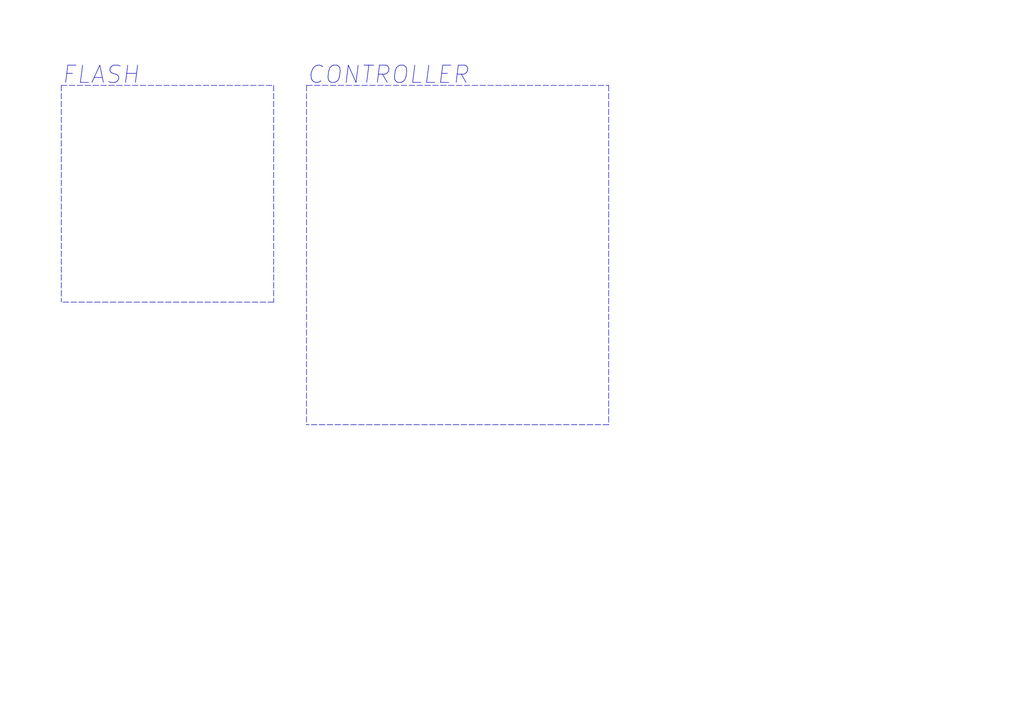
<source format=kicad_sch>
(kicad_sch (version 20211123) (generator eeschema)
  (paper "A4")
  (lib_symbols)
  (polyline (pts (xy 79.375 24.765) (xy 79.375 87.63)))
  (polyline (pts (xy 176.53 123.19) (xy 88.9 123.19)))
  (polyline (pts (xy 88.9 24.765) (xy 176.53 24.765)))
  (polyline (pts (xy 17.78 24.765) (xy 79.375 24.765)))
  (polyline (pts (xy 79.375 87.63) (xy 17.78 87.63)))
  (polyline (pts (xy 176.53 24.765) (xy 176.53 123.19)))
  (polyline (pts (xy 17.78 24.765) (xy 17.78 87.63)))
  (polyline (pts (xy 88.9 24.765) (xy 88.9 123.19)))
  (text "FLASH" (at 17.78 24.765 0) (effects (font (size 5 5) italic) (justify left bottom)))
  (text "CONTROLLER" (at 88.9 24.765 0) (effects (font (size 5 5) italic) (justify left bottom)))
)
</source>
